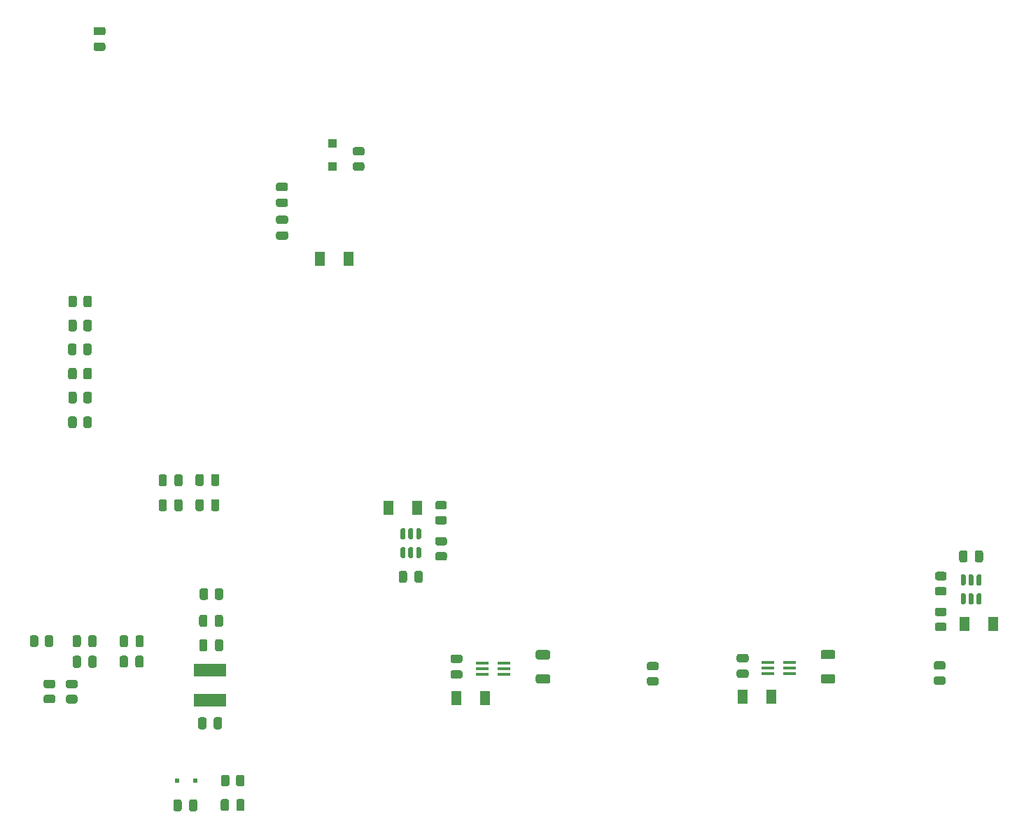
<source format=gbr>
G04 #@! TF.GenerationSoftware,KiCad,Pcbnew,(6.0.1)*
G04 #@! TF.CreationDate,2022-03-10T17:03:53-06:00*
G04 #@! TF.ProjectId,MPPT,4d505054-2e6b-4696-9361-645f70636258,1.4.0*
G04 #@! TF.SameCoordinates,PX10b1ae8PY9b06478*
G04 #@! TF.FileFunction,Paste,Bot*
G04 #@! TF.FilePolarity,Positive*
%FSLAX46Y46*%
G04 Gerber Fmt 4.6, Leading zero omitted, Abs format (unit mm)*
G04 Created by KiCad (PCBNEW (6.0.1)) date 2022-03-10 17:03:53*
%MOMM*%
%LPD*%
G01*
G04 APERTURE LIST*
%ADD10R,1.500000X0.400000*%
%ADD11R,1.300000X1.700000*%
%ADD12R,1.100000X1.100000*%
%ADD13R,4.000000X1.500000*%
%ADD14R,0.500000X0.500000*%
G04 APERTURE END LIST*
D10*
X57295000Y29621000D03*
X57295000Y30271000D03*
X57295000Y30921000D03*
X59955000Y30921000D03*
X59955000Y30271000D03*
X59955000Y29621000D03*
D11*
X37665000Y79930000D03*
X41165000Y79930000D03*
G36*
G01*
X51910000Y46225000D02*
X52810000Y46225000D01*
G75*
G02*
X53060000Y45975000I0J-250000D01*
G01*
X53060000Y45450000D01*
G75*
G02*
X52810000Y45200000I-250000J0D01*
G01*
X51910000Y45200000D01*
G75*
G02*
X51660000Y45450000I0J250000D01*
G01*
X51660000Y45975000D01*
G75*
G02*
X51910000Y46225000I250000J0D01*
G01*
G37*
G36*
G01*
X51910000Y44400000D02*
X52810000Y44400000D01*
G75*
G02*
X53060000Y44150000I0J-250000D01*
G01*
X53060000Y43625000D01*
G75*
G02*
X52810000Y43375000I-250000J0D01*
G01*
X51910000Y43375000D01*
G75*
G02*
X51660000Y43625000I0J250000D01*
G01*
X51660000Y44150000D01*
G75*
G02*
X51910000Y44400000I250000J0D01*
G01*
G37*
G36*
G01*
X13475000Y30662500D02*
X13475000Y31612500D01*
G75*
G02*
X13725000Y31862500I250000J0D01*
G01*
X14225000Y31862500D01*
G75*
G02*
X14475000Y31612500I0J-250000D01*
G01*
X14475000Y30662500D01*
G75*
G02*
X14225000Y30412500I-250000J0D01*
G01*
X13725000Y30412500D01*
G75*
G02*
X13475000Y30662500I0J250000D01*
G01*
G37*
G36*
G01*
X15375000Y30662500D02*
X15375000Y31612500D01*
G75*
G02*
X15625000Y31862500I250000J0D01*
G01*
X16125000Y31862500D01*
G75*
G02*
X16375000Y31612500I0J-250000D01*
G01*
X16375000Y30662500D01*
G75*
G02*
X16125000Y30412500I-250000J0D01*
G01*
X15625000Y30412500D01*
G75*
G02*
X15375000Y30662500I0J250000D01*
G01*
G37*
G36*
G01*
X99785000Y28505000D02*
X98535000Y28505000D01*
G75*
G02*
X98285000Y28755000I0J250000D01*
G01*
X98285000Y29380000D01*
G75*
G02*
X98535000Y29630000I250000J0D01*
G01*
X99785000Y29630000D01*
G75*
G02*
X100035000Y29380000I0J-250000D01*
G01*
X100035000Y28755000D01*
G75*
G02*
X99785000Y28505000I-250000J0D01*
G01*
G37*
G36*
G01*
X99785000Y31430000D02*
X98535000Y31430000D01*
G75*
G02*
X98285000Y31680000I0J250000D01*
G01*
X98285000Y32305000D01*
G75*
G02*
X98535000Y32555000I250000J0D01*
G01*
X99785000Y32555000D01*
G75*
G02*
X100035000Y32305000I0J-250000D01*
G01*
X100035000Y31680000D01*
G75*
G02*
X99785000Y31430000I-250000J0D01*
G01*
G37*
G36*
G01*
X22635000Y52655000D02*
X22635000Y53605000D01*
G75*
G02*
X22885000Y53855000I250000J0D01*
G01*
X23385000Y53855000D01*
G75*
G02*
X23635000Y53605000I0J-250000D01*
G01*
X23635000Y52655000D01*
G75*
G02*
X23385000Y52405000I-250000J0D01*
G01*
X22885000Y52405000D01*
G75*
G02*
X22635000Y52655000I0J250000D01*
G01*
G37*
G36*
G01*
X24535000Y52655000D02*
X24535000Y53605000D01*
G75*
G02*
X24785000Y53855000I250000J0D01*
G01*
X25285000Y53855000D01*
G75*
G02*
X25535000Y53605000I0J-250000D01*
G01*
X25535000Y52655000D01*
G75*
G02*
X25285000Y52405000I-250000J0D01*
G01*
X24785000Y52405000D01*
G75*
G02*
X24535000Y52655000I0J250000D01*
G01*
G37*
G36*
G01*
X25540000Y50565000D02*
X25540000Y49615000D01*
G75*
G02*
X25290000Y49365000I-250000J0D01*
G01*
X24790000Y49365000D01*
G75*
G02*
X24540000Y49615000I0J250000D01*
G01*
X24540000Y50565000D01*
G75*
G02*
X24790000Y50815000I250000J0D01*
G01*
X25290000Y50815000D01*
G75*
G02*
X25540000Y50565000I0J-250000D01*
G01*
G37*
G36*
G01*
X23640000Y50565000D02*
X23640000Y49615000D01*
G75*
G02*
X23390000Y49365000I-250000J0D01*
G01*
X22890000Y49365000D01*
G75*
G02*
X22640000Y49615000I0J250000D01*
G01*
X22640000Y50565000D01*
G75*
G02*
X22890000Y50815000I250000J0D01*
G01*
X23390000Y50815000D01*
G75*
G02*
X23640000Y50565000I0J-250000D01*
G01*
G37*
G36*
G01*
X112340000Y37677500D02*
X113240000Y37677500D01*
G75*
G02*
X113490000Y37427500I0J-250000D01*
G01*
X113490000Y36902500D01*
G75*
G02*
X113240000Y36652500I-250000J0D01*
G01*
X112340000Y36652500D01*
G75*
G02*
X112090000Y36902500I0J250000D01*
G01*
X112090000Y37427500D01*
G75*
G02*
X112340000Y37677500I250000J0D01*
G01*
G37*
G36*
G01*
X112340000Y35852500D02*
X113240000Y35852500D01*
G75*
G02*
X113490000Y35602500I0J-250000D01*
G01*
X113490000Y35077500D01*
G75*
G02*
X113240000Y34827500I-250000J0D01*
G01*
X112340000Y34827500D01*
G75*
G02*
X112090000Y35077500I0J250000D01*
G01*
X112090000Y35602500D01*
G75*
G02*
X112340000Y35852500I250000J0D01*
G01*
G37*
G36*
G01*
X25997500Y39770000D02*
X25997500Y38870000D01*
G75*
G02*
X25747500Y38620000I-250000J0D01*
G01*
X25222500Y38620000D01*
G75*
G02*
X24972500Y38870000I0J250000D01*
G01*
X24972500Y39770000D01*
G75*
G02*
X25222500Y40020000I250000J0D01*
G01*
X25747500Y40020000D01*
G75*
G02*
X25997500Y39770000I0J-250000D01*
G01*
G37*
G36*
G01*
X24172500Y39770000D02*
X24172500Y38870000D01*
G75*
G02*
X23922500Y38620000I-250000J0D01*
G01*
X23397500Y38620000D01*
G75*
G02*
X23147500Y38870000I0J250000D01*
G01*
X23147500Y39770000D01*
G75*
G02*
X23397500Y40020000I250000J0D01*
G01*
X23922500Y40020000D01*
G75*
G02*
X24172500Y39770000I0J-250000D01*
G01*
G37*
G36*
G01*
X54690000Y29096000D02*
X53740000Y29096000D01*
G75*
G02*
X53490000Y29346000I0J250000D01*
G01*
X53490000Y29846000D01*
G75*
G02*
X53740000Y30096000I250000J0D01*
G01*
X54690000Y30096000D01*
G75*
G02*
X54940000Y29846000I0J-250000D01*
G01*
X54940000Y29346000D01*
G75*
G02*
X54690000Y29096000I-250000J0D01*
G01*
G37*
G36*
G01*
X54690000Y30996000D02*
X53740000Y30996000D01*
G75*
G02*
X53490000Y31246000I0J250000D01*
G01*
X53490000Y31746000D01*
G75*
G02*
X53740000Y31996000I250000J0D01*
G01*
X54690000Y31996000D01*
G75*
G02*
X54940000Y31746000I0J-250000D01*
G01*
X54940000Y31246000D01*
G75*
G02*
X54690000Y30996000I-250000J0D01*
G01*
G37*
G36*
G01*
X23090000Y32650000D02*
X23090000Y33600000D01*
G75*
G02*
X23340000Y33850000I250000J0D01*
G01*
X23840000Y33850000D01*
G75*
G02*
X24090000Y33600000I0J-250000D01*
G01*
X24090000Y32650000D01*
G75*
G02*
X23840000Y32400000I-250000J0D01*
G01*
X23340000Y32400000D01*
G75*
G02*
X23090000Y32650000I0J250000D01*
G01*
G37*
G36*
G01*
X24990000Y32650000D02*
X24990000Y33600000D01*
G75*
G02*
X25240000Y33850000I250000J0D01*
G01*
X25740000Y33850000D01*
G75*
G02*
X25990000Y33600000I0J-250000D01*
G01*
X25990000Y32650000D01*
G75*
G02*
X25740000Y32400000I-250000J0D01*
G01*
X25240000Y32400000D01*
G75*
G02*
X24990000Y32650000I0J250000D01*
G01*
G37*
X45990000Y49745000D03*
X49490000Y49745000D03*
X57710000Y26696000D03*
X54210000Y26696000D03*
G36*
G01*
X5435000Y26105000D02*
X4535000Y26105000D01*
G75*
G02*
X4285000Y26355000I0J250000D01*
G01*
X4285000Y26880000D01*
G75*
G02*
X4535000Y27130000I250000J0D01*
G01*
X5435000Y27130000D01*
G75*
G02*
X5685000Y26880000I0J-250000D01*
G01*
X5685000Y26355000D01*
G75*
G02*
X5435000Y26105000I-250000J0D01*
G01*
G37*
G36*
G01*
X5435000Y27930000D02*
X4535000Y27930000D01*
G75*
G02*
X4285000Y28180000I0J250000D01*
G01*
X4285000Y28705000D01*
G75*
G02*
X4535000Y28955000I250000J0D01*
G01*
X5435000Y28955000D01*
G75*
G02*
X5685000Y28705000I0J-250000D01*
G01*
X5685000Y28180000D01*
G75*
G02*
X5435000Y27930000I-250000J0D01*
G01*
G37*
G36*
G01*
X13490000Y33132500D02*
X13490000Y34082500D01*
G75*
G02*
X13740000Y34332500I250000J0D01*
G01*
X14240000Y34332500D01*
G75*
G02*
X14490000Y34082500I0J-250000D01*
G01*
X14490000Y33132500D01*
G75*
G02*
X14240000Y32882500I-250000J0D01*
G01*
X13740000Y32882500D01*
G75*
G02*
X13490000Y33132500I0J250000D01*
G01*
G37*
G36*
G01*
X15390000Y33132500D02*
X15390000Y34082500D01*
G75*
G02*
X15640000Y34332500I250000J0D01*
G01*
X16140000Y34332500D01*
G75*
G02*
X16390000Y34082500I0J-250000D01*
G01*
X16390000Y33132500D01*
G75*
G02*
X16140000Y32882500I-250000J0D01*
G01*
X15640000Y32882500D01*
G75*
G02*
X15390000Y33132500I0J250000D01*
G01*
G37*
G36*
G01*
X7785000Y30652500D02*
X7785000Y31602500D01*
G75*
G02*
X8035000Y31852500I250000J0D01*
G01*
X8535000Y31852500D01*
G75*
G02*
X8785000Y31602500I0J-250000D01*
G01*
X8785000Y30652500D01*
G75*
G02*
X8535000Y30402500I-250000J0D01*
G01*
X8035000Y30402500D01*
G75*
G02*
X7785000Y30652500I0J250000D01*
G01*
G37*
G36*
G01*
X9685000Y30652500D02*
X9685000Y31602500D01*
G75*
G02*
X9935000Y31852500I250000J0D01*
G01*
X10435000Y31852500D01*
G75*
G02*
X10685000Y31602500I0J-250000D01*
G01*
X10685000Y30652500D01*
G75*
G02*
X10435000Y30402500I-250000J0D01*
G01*
X9935000Y30402500D01*
G75*
G02*
X9685000Y30652500I0J250000D01*
G01*
G37*
G36*
G01*
X22965000Y23210000D02*
X22965000Y24160000D01*
G75*
G02*
X23215000Y24410000I250000J0D01*
G01*
X23715000Y24410000D01*
G75*
G02*
X23965000Y24160000I0J-250000D01*
G01*
X23965000Y23210000D01*
G75*
G02*
X23715000Y22960000I-250000J0D01*
G01*
X23215000Y22960000D01*
G75*
G02*
X22965000Y23210000I0J250000D01*
G01*
G37*
G36*
G01*
X24865000Y23210000D02*
X24865000Y24160000D01*
G75*
G02*
X25115000Y24410000I250000J0D01*
G01*
X25615000Y24410000D01*
G75*
G02*
X25865000Y24160000I0J-250000D01*
G01*
X25865000Y23210000D01*
G75*
G02*
X25615000Y22960000I-250000J0D01*
G01*
X25115000Y22960000D01*
G75*
G02*
X24865000Y23210000I0J250000D01*
G01*
G37*
G36*
G01*
X28587500Y14260000D02*
X28587500Y13310000D01*
G75*
G02*
X28337500Y13060000I-250000J0D01*
G01*
X27837500Y13060000D01*
G75*
G02*
X27587500Y13310000I0J250000D01*
G01*
X27587500Y14260000D01*
G75*
G02*
X27837500Y14510000I250000J0D01*
G01*
X28337500Y14510000D01*
G75*
G02*
X28587500Y14260000I0J-250000D01*
G01*
G37*
G36*
G01*
X26687500Y14260000D02*
X26687500Y13310000D01*
G75*
G02*
X26437500Y13060000I-250000J0D01*
G01*
X25937500Y13060000D01*
G75*
G02*
X25687500Y13310000I0J250000D01*
G01*
X25687500Y14260000D01*
G75*
G02*
X25937500Y14510000I250000J0D01*
G01*
X26437500Y14510000D01*
G75*
G02*
X26687500Y14260000I0J-250000D01*
G01*
G37*
G36*
G01*
X47590000Y47277618D02*
X47890000Y47277618D01*
G75*
G02*
X48040000Y47127618I0J-150000D01*
G01*
X48040000Y46102618D01*
G75*
G02*
X47890000Y45952618I-150000J0D01*
G01*
X47590000Y45952618D01*
G75*
G02*
X47440000Y46102618I0J150000D01*
G01*
X47440000Y47127618D01*
G75*
G02*
X47590000Y47277618I150000J0D01*
G01*
G37*
G36*
G01*
X48540000Y47277618D02*
X48840000Y47277618D01*
G75*
G02*
X48990000Y47127618I0J-150000D01*
G01*
X48990000Y46102618D01*
G75*
G02*
X48840000Y45952618I-150000J0D01*
G01*
X48540000Y45952618D01*
G75*
G02*
X48390000Y46102618I0J150000D01*
G01*
X48390000Y47127618D01*
G75*
G02*
X48540000Y47277618I150000J0D01*
G01*
G37*
G36*
G01*
X49490000Y47277618D02*
X49790000Y47277618D01*
G75*
G02*
X49940000Y47127618I0J-150000D01*
G01*
X49940000Y46102618D01*
G75*
G02*
X49790000Y45952618I-150000J0D01*
G01*
X49490000Y45952618D01*
G75*
G02*
X49340000Y46102618I0J150000D01*
G01*
X49340000Y47127618D01*
G75*
G02*
X49490000Y47277618I150000J0D01*
G01*
G37*
G36*
G01*
X49490000Y45002618D02*
X49790000Y45002618D01*
G75*
G02*
X49940000Y44852618I0J-150000D01*
G01*
X49940000Y43827618D01*
G75*
G02*
X49790000Y43677618I-150000J0D01*
G01*
X49490000Y43677618D01*
G75*
G02*
X49340000Y43827618I0J150000D01*
G01*
X49340000Y44852618D01*
G75*
G02*
X49490000Y45002618I150000J0D01*
G01*
G37*
G36*
G01*
X48540000Y45002618D02*
X48840000Y45002618D01*
G75*
G02*
X48990000Y44852618I0J-150000D01*
G01*
X48990000Y43827618D01*
G75*
G02*
X48840000Y43677618I-150000J0D01*
G01*
X48540000Y43677618D01*
G75*
G02*
X48390000Y43827618I0J150000D01*
G01*
X48390000Y44852618D01*
G75*
G02*
X48540000Y45002618I150000J0D01*
G01*
G37*
G36*
G01*
X47590000Y45002618D02*
X47890000Y45002618D01*
G75*
G02*
X48040000Y44852618I0J-150000D01*
G01*
X48040000Y43827618D01*
G75*
G02*
X47890000Y43677618I-150000J0D01*
G01*
X47590000Y43677618D01*
G75*
G02*
X47440000Y43827618I0J150000D01*
G01*
X47440000Y44852618D01*
G75*
G02*
X47590000Y45002618I150000J0D01*
G01*
G37*
G36*
G01*
X5450000Y34077500D02*
X5450000Y33177500D01*
G75*
G02*
X5200000Y32927500I-250000J0D01*
G01*
X4675000Y32927500D01*
G75*
G02*
X4425000Y33177500I0J250000D01*
G01*
X4425000Y34077500D01*
G75*
G02*
X4675000Y34327500I250000J0D01*
G01*
X5200000Y34327500D01*
G75*
G02*
X5450000Y34077500I0J-250000D01*
G01*
G37*
G36*
G01*
X3625000Y34077500D02*
X3625000Y33177500D01*
G75*
G02*
X3375000Y32927500I-250000J0D01*
G01*
X2850000Y32927500D01*
G75*
G02*
X2600000Y33177500I0J250000D01*
G01*
X2600000Y34077500D01*
G75*
G02*
X2850000Y34327500I250000J0D01*
G01*
X3375000Y34327500D01*
G75*
G02*
X3625000Y34077500I0J-250000D01*
G01*
G37*
G36*
G01*
X52795000Y47730000D02*
X51895000Y47730000D01*
G75*
G02*
X51645000Y47980000I0J250000D01*
G01*
X51645000Y48505000D01*
G75*
G02*
X51895000Y48755000I250000J0D01*
G01*
X52795000Y48755000D01*
G75*
G02*
X53045000Y48505000I0J-250000D01*
G01*
X53045000Y47980000D01*
G75*
G02*
X52795000Y47730000I-250000J0D01*
G01*
G37*
G36*
G01*
X52795000Y49555000D02*
X51895000Y49555000D01*
G75*
G02*
X51645000Y49805000I0J250000D01*
G01*
X51645000Y50330000D01*
G75*
G02*
X51895000Y50580000I250000J0D01*
G01*
X52795000Y50580000D01*
G75*
G02*
X53045000Y50330000I0J-250000D01*
G01*
X53045000Y49805000D01*
G75*
G02*
X52795000Y49555000I-250000J0D01*
G01*
G37*
X92310000Y26872500D03*
X88810000Y26872500D03*
D12*
X39255000Y93890000D03*
X39255000Y91090000D03*
D13*
X24420000Y26500000D03*
X24420000Y30100000D03*
G36*
G01*
X78410000Y28255000D02*
X77510000Y28255000D01*
G75*
G02*
X77260000Y28505000I0J250000D01*
G01*
X77260000Y29030000D01*
G75*
G02*
X77510000Y29280000I250000J0D01*
G01*
X78410000Y29280000D01*
G75*
G02*
X78660000Y29030000I0J-250000D01*
G01*
X78660000Y28505000D01*
G75*
G02*
X78410000Y28255000I-250000J0D01*
G01*
G37*
G36*
G01*
X78410000Y30080000D02*
X77510000Y30080000D01*
G75*
G02*
X77260000Y30330000I0J250000D01*
G01*
X77260000Y30855000D01*
G75*
G02*
X77510000Y31105000I250000J0D01*
G01*
X78410000Y31105000D01*
G75*
G02*
X78660000Y30855000I0J-250000D01*
G01*
X78660000Y30330000D01*
G75*
G02*
X78410000Y30080000I-250000J0D01*
G01*
G37*
G36*
G01*
X113245000Y39162500D02*
X112345000Y39162500D01*
G75*
G02*
X112095000Y39412500I0J250000D01*
G01*
X112095000Y39937500D01*
G75*
G02*
X112345000Y40187500I250000J0D01*
G01*
X113245000Y40187500D01*
G75*
G02*
X113495000Y39937500I0J-250000D01*
G01*
X113495000Y39412500D01*
G75*
G02*
X113245000Y39162500I-250000J0D01*
G01*
G37*
G36*
G01*
X113245000Y40987500D02*
X112345000Y40987500D01*
G75*
G02*
X112095000Y41237500I0J250000D01*
G01*
X112095000Y41762500D01*
G75*
G02*
X112345000Y42012500I250000J0D01*
G01*
X113245000Y42012500D01*
G75*
G02*
X113495000Y41762500I0J-250000D01*
G01*
X113495000Y41237500D01*
G75*
G02*
X113245000Y40987500I-250000J0D01*
G01*
G37*
G36*
G01*
X32650000Y85125000D02*
X33600000Y85125000D01*
G75*
G02*
X33850000Y84875000I0J-250000D01*
G01*
X33850000Y84375000D01*
G75*
G02*
X33600000Y84125000I-250000J0D01*
G01*
X32650000Y84125000D01*
G75*
G02*
X32400000Y84375000I0J250000D01*
G01*
X32400000Y84875000D01*
G75*
G02*
X32650000Y85125000I250000J0D01*
G01*
G37*
G36*
G01*
X32650000Y83225000D02*
X33600000Y83225000D01*
G75*
G02*
X33850000Y82975000I0J-250000D01*
G01*
X33850000Y82475000D01*
G75*
G02*
X33600000Y82225000I-250000J0D01*
G01*
X32650000Y82225000D01*
G75*
G02*
X32400000Y82475000I0J250000D01*
G01*
X32400000Y82975000D01*
G75*
G02*
X32650000Y83225000I250000J0D01*
G01*
G37*
G36*
G01*
X115025000Y43405000D02*
X115025000Y44355000D01*
G75*
G02*
X115275000Y44605000I250000J0D01*
G01*
X115775000Y44605000D01*
G75*
G02*
X116025000Y44355000I0J-250000D01*
G01*
X116025000Y43405000D01*
G75*
G02*
X115775000Y43155000I-250000J0D01*
G01*
X115275000Y43155000D01*
G75*
G02*
X115025000Y43405000I0J250000D01*
G01*
G37*
G36*
G01*
X116925000Y43405000D02*
X116925000Y44355000D01*
G75*
G02*
X117175000Y44605000I250000J0D01*
G01*
X117675000Y44605000D01*
G75*
G02*
X117925000Y44355000I0J-250000D01*
G01*
X117925000Y43405000D01*
G75*
G02*
X117675000Y43155000I-250000J0D01*
G01*
X117175000Y43155000D01*
G75*
G02*
X116925000Y43405000I0J250000D01*
G01*
G37*
G36*
G01*
X7225000Y28940000D02*
X8125000Y28940000D01*
G75*
G02*
X8375000Y28690000I0J-250000D01*
G01*
X8375000Y28165000D01*
G75*
G02*
X8125000Y27915000I-250000J0D01*
G01*
X7225000Y27915000D01*
G75*
G02*
X6975000Y28165000I0J250000D01*
G01*
X6975000Y28690000D01*
G75*
G02*
X7225000Y28940000I250000J0D01*
G01*
G37*
G36*
G01*
X7225000Y27115000D02*
X8125000Y27115000D01*
G75*
G02*
X8375000Y26865000I0J-250000D01*
G01*
X8375000Y26340000D01*
G75*
G02*
X8125000Y26090000I-250000J0D01*
G01*
X7225000Y26090000D01*
G75*
G02*
X6975000Y26340000I0J250000D01*
G01*
X6975000Y26865000D01*
G75*
G02*
X7225000Y27115000I250000J0D01*
G01*
G37*
G36*
G01*
X25980000Y36555000D02*
X25980000Y35605000D01*
G75*
G02*
X25730000Y35355000I-250000J0D01*
G01*
X25230000Y35355000D01*
G75*
G02*
X24980000Y35605000I0J250000D01*
G01*
X24980000Y36555000D01*
G75*
G02*
X25230000Y36805000I250000J0D01*
G01*
X25730000Y36805000D01*
G75*
G02*
X25980000Y36555000I0J-250000D01*
G01*
G37*
G36*
G01*
X24080000Y36555000D02*
X24080000Y35605000D01*
G75*
G02*
X23830000Y35355000I-250000J0D01*
G01*
X23330000Y35355000D01*
G75*
G02*
X23080000Y35605000I0J250000D01*
G01*
X23080000Y36555000D01*
G75*
G02*
X23330000Y36805000I250000J0D01*
G01*
X23830000Y36805000D01*
G75*
G02*
X24080000Y36555000I0J-250000D01*
G01*
G37*
G36*
G01*
X10105000Y75185000D02*
X10105000Y74285000D01*
G75*
G02*
X9855000Y74035000I-250000J0D01*
G01*
X9330000Y74035000D01*
G75*
G02*
X9080000Y74285000I0J250000D01*
G01*
X9080000Y75185000D01*
G75*
G02*
X9330000Y75435000I250000J0D01*
G01*
X9855000Y75435000D01*
G75*
G02*
X10105000Y75185000I0J-250000D01*
G01*
G37*
G36*
G01*
X8280000Y75185000D02*
X8280000Y74285000D01*
G75*
G02*
X8030000Y74035000I-250000J0D01*
G01*
X7505000Y74035000D01*
G75*
G02*
X7255000Y74285000I0J250000D01*
G01*
X7255000Y75185000D01*
G75*
G02*
X7505000Y75435000I250000J0D01*
G01*
X8030000Y75435000D01*
G75*
G02*
X8280000Y75185000I0J-250000D01*
G01*
G37*
G36*
G01*
X113115000Y28340000D02*
X112215000Y28340000D01*
G75*
G02*
X111965000Y28590000I0J250000D01*
G01*
X111965000Y29115000D01*
G75*
G02*
X112215000Y29365000I250000J0D01*
G01*
X113115000Y29365000D01*
G75*
G02*
X113365000Y29115000I0J-250000D01*
G01*
X113365000Y28590000D01*
G75*
G02*
X113115000Y28340000I-250000J0D01*
G01*
G37*
G36*
G01*
X113115000Y30165000D02*
X112215000Y30165000D01*
G75*
G02*
X111965000Y30415000I0J250000D01*
G01*
X111965000Y30940000D01*
G75*
G02*
X112215000Y31190000I250000J0D01*
G01*
X113115000Y31190000D01*
G75*
G02*
X113365000Y30940000I0J-250000D01*
G01*
X113365000Y30415000D01*
G75*
G02*
X113115000Y30165000I-250000J0D01*
G01*
G37*
G36*
G01*
X28580000Y17195000D02*
X28580000Y16295000D01*
G75*
G02*
X28330000Y16045000I-250000J0D01*
G01*
X27805000Y16045000D01*
G75*
G02*
X27555000Y16295000I0J250000D01*
G01*
X27555000Y17195000D01*
G75*
G02*
X27805000Y17445000I250000J0D01*
G01*
X28330000Y17445000D01*
G75*
G02*
X28580000Y17195000I0J-250000D01*
G01*
G37*
G36*
G01*
X26755000Y17195000D02*
X26755000Y16295000D01*
G75*
G02*
X26505000Y16045000I-250000J0D01*
G01*
X25980000Y16045000D01*
G75*
G02*
X25730000Y16295000I0J250000D01*
G01*
X25730000Y17195000D01*
G75*
G02*
X25980000Y17445000I250000J0D01*
G01*
X26505000Y17445000D01*
G75*
G02*
X26755000Y17195000I0J-250000D01*
G01*
G37*
G36*
G01*
X50135000Y41885000D02*
X50135000Y40935000D01*
G75*
G02*
X49885000Y40685000I-250000J0D01*
G01*
X49385000Y40685000D01*
G75*
G02*
X49135000Y40935000I0J250000D01*
G01*
X49135000Y41885000D01*
G75*
G02*
X49385000Y42135000I250000J0D01*
G01*
X49885000Y42135000D01*
G75*
G02*
X50135000Y41885000I0J-250000D01*
G01*
G37*
G36*
G01*
X48235000Y41885000D02*
X48235000Y40935000D01*
G75*
G02*
X47985000Y40685000I-250000J0D01*
G01*
X47485000Y40685000D01*
G75*
G02*
X47235000Y40935000I0J250000D01*
G01*
X47235000Y41885000D01*
G75*
G02*
X47485000Y42135000I250000J0D01*
G01*
X47985000Y42135000D01*
G75*
G02*
X48235000Y41885000I0J-250000D01*
G01*
G37*
G36*
G01*
X117565000Y38085000D02*
X117265000Y38085000D01*
G75*
G02*
X117115000Y38235000I0J150000D01*
G01*
X117115000Y39260000D01*
G75*
G02*
X117265000Y39410000I150000J0D01*
G01*
X117565000Y39410000D01*
G75*
G02*
X117715000Y39260000I0J-150000D01*
G01*
X117715000Y38235000D01*
G75*
G02*
X117565000Y38085000I-150000J0D01*
G01*
G37*
G36*
G01*
X116615000Y38085000D02*
X116315000Y38085000D01*
G75*
G02*
X116165000Y38235000I0J150000D01*
G01*
X116165000Y39260000D01*
G75*
G02*
X116315000Y39410000I150000J0D01*
G01*
X116615000Y39410000D01*
G75*
G02*
X116765000Y39260000I0J-150000D01*
G01*
X116765000Y38235000D01*
G75*
G02*
X116615000Y38085000I-150000J0D01*
G01*
G37*
G36*
G01*
X115665000Y38085000D02*
X115365000Y38085000D01*
G75*
G02*
X115215000Y38235000I0J150000D01*
G01*
X115215000Y39260000D01*
G75*
G02*
X115365000Y39410000I150000J0D01*
G01*
X115665000Y39410000D01*
G75*
G02*
X115815000Y39260000I0J-150000D01*
G01*
X115815000Y38235000D01*
G75*
G02*
X115665000Y38085000I-150000J0D01*
G01*
G37*
G36*
G01*
X115665000Y40360000D02*
X115365000Y40360000D01*
G75*
G02*
X115215000Y40510000I0J150000D01*
G01*
X115215000Y41535000D01*
G75*
G02*
X115365000Y41685000I150000J0D01*
G01*
X115665000Y41685000D01*
G75*
G02*
X115815000Y41535000I0J-150000D01*
G01*
X115815000Y40510000D01*
G75*
G02*
X115665000Y40360000I-150000J0D01*
G01*
G37*
G36*
G01*
X116615000Y40360000D02*
X116315000Y40360000D01*
G75*
G02*
X116165000Y40510000I0J150000D01*
G01*
X116165000Y41535000D01*
G75*
G02*
X116315000Y41685000I150000J0D01*
G01*
X116615000Y41685000D01*
G75*
G02*
X116765000Y41535000I0J-150000D01*
G01*
X116765000Y40510000D01*
G75*
G02*
X116615000Y40360000I-150000J0D01*
G01*
G37*
G36*
G01*
X117565000Y40360000D02*
X117265000Y40360000D01*
G75*
G02*
X117115000Y40510000I0J150000D01*
G01*
X117115000Y41535000D01*
G75*
G02*
X117265000Y41685000I150000J0D01*
G01*
X117565000Y41685000D01*
G75*
G02*
X117715000Y41535000I0J-150000D01*
G01*
X117715000Y40510000D01*
G75*
G02*
X117565000Y40360000I-150000J0D01*
G01*
G37*
G36*
G01*
X18185000Y52615000D02*
X18185000Y53565000D01*
G75*
G02*
X18435000Y53815000I250000J0D01*
G01*
X18935000Y53815000D01*
G75*
G02*
X19185000Y53565000I0J-250000D01*
G01*
X19185000Y52615000D01*
G75*
G02*
X18935000Y52365000I-250000J0D01*
G01*
X18435000Y52365000D01*
G75*
G02*
X18185000Y52615000I0J250000D01*
G01*
G37*
G36*
G01*
X20085000Y52615000D02*
X20085000Y53565000D01*
G75*
G02*
X20335000Y53815000I250000J0D01*
G01*
X20835000Y53815000D01*
G75*
G02*
X21085000Y53565000I0J-250000D01*
G01*
X21085000Y52615000D01*
G75*
G02*
X20835000Y52365000I-250000J0D01*
G01*
X20335000Y52365000D01*
G75*
G02*
X20085000Y52615000I0J250000D01*
G01*
G37*
G36*
G01*
X22872500Y14225000D02*
X22872500Y13275000D01*
G75*
G02*
X22622500Y13025000I-250000J0D01*
G01*
X22122500Y13025000D01*
G75*
G02*
X21872500Y13275000I0J250000D01*
G01*
X21872500Y14225000D01*
G75*
G02*
X22122500Y14475000I250000J0D01*
G01*
X22622500Y14475000D01*
G75*
G02*
X22872500Y14225000I0J-250000D01*
G01*
G37*
G36*
G01*
X20972500Y14225000D02*
X20972500Y13275000D01*
G75*
G02*
X20722500Y13025000I-250000J0D01*
G01*
X20222500Y13025000D01*
G75*
G02*
X19972500Y13275000I0J250000D01*
G01*
X19972500Y14225000D01*
G75*
G02*
X20222500Y14475000I250000J0D01*
G01*
X20722500Y14475000D01*
G75*
G02*
X20972500Y14225000I0J-250000D01*
G01*
G37*
G36*
G01*
X21080000Y50545000D02*
X21080000Y49595000D01*
G75*
G02*
X20830000Y49345000I-250000J0D01*
G01*
X20330000Y49345000D01*
G75*
G02*
X20080000Y49595000I0J250000D01*
G01*
X20080000Y50545000D01*
G75*
G02*
X20330000Y50795000I250000J0D01*
G01*
X20830000Y50795000D01*
G75*
G02*
X21080000Y50545000I0J-250000D01*
G01*
G37*
G36*
G01*
X19180000Y50545000D02*
X19180000Y49595000D01*
G75*
G02*
X18930000Y49345000I-250000J0D01*
G01*
X18430000Y49345000D01*
G75*
G02*
X18180000Y49595000I0J250000D01*
G01*
X18180000Y50545000D01*
G75*
G02*
X18430000Y50795000I250000J0D01*
G01*
X18930000Y50795000D01*
G75*
G02*
X19180000Y50545000I0J-250000D01*
G01*
G37*
G36*
G01*
X10105000Y63555000D02*
X10105000Y62655000D01*
G75*
G02*
X9855000Y62405000I-250000J0D01*
G01*
X9330000Y62405000D01*
G75*
G02*
X9080000Y62655000I0J250000D01*
G01*
X9080000Y63555000D01*
G75*
G02*
X9330000Y63805000I250000J0D01*
G01*
X9855000Y63805000D01*
G75*
G02*
X10105000Y63555000I0J-250000D01*
G01*
G37*
G36*
G01*
X8280000Y63555000D02*
X8280000Y62655000D01*
G75*
G02*
X8030000Y62405000I-250000J0D01*
G01*
X7505000Y62405000D01*
G75*
G02*
X7255000Y62655000I0J250000D01*
G01*
X7255000Y63555000D01*
G75*
G02*
X7505000Y63805000I250000J0D01*
G01*
X8030000Y63805000D01*
G75*
G02*
X8280000Y63555000I0J-250000D01*
G01*
G37*
G36*
G01*
X10685000Y34092500D02*
X10685000Y33142500D01*
G75*
G02*
X10435000Y32892500I-250000J0D01*
G01*
X9935000Y32892500D01*
G75*
G02*
X9685000Y33142500I0J250000D01*
G01*
X9685000Y34092500D01*
G75*
G02*
X9935000Y34342500I250000J0D01*
G01*
X10435000Y34342500D01*
G75*
G02*
X10685000Y34092500I0J-250000D01*
G01*
G37*
G36*
G01*
X8785000Y34092500D02*
X8785000Y33142500D01*
G75*
G02*
X8535000Y32892500I-250000J0D01*
G01*
X8035000Y32892500D01*
G75*
G02*
X7785000Y33142500I0J250000D01*
G01*
X7785000Y34092500D01*
G75*
G02*
X8035000Y34342500I250000J0D01*
G01*
X8535000Y34342500D01*
G75*
G02*
X8785000Y34092500I0J-250000D01*
G01*
G37*
D10*
X91885000Y29707500D03*
X91885000Y30357500D03*
X91885000Y31007500D03*
X94545000Y31007500D03*
X94545000Y30357500D03*
X94545000Y29707500D03*
D14*
X22657500Y16720000D03*
X20457500Y16720000D03*
G36*
G01*
X10077500Y69400000D02*
X10077500Y68500000D01*
G75*
G02*
X9827500Y68250000I-250000J0D01*
G01*
X9302500Y68250000D01*
G75*
G02*
X9052500Y68500000I0J250000D01*
G01*
X9052500Y69400000D01*
G75*
G02*
X9302500Y69650000I250000J0D01*
G01*
X9827500Y69650000D01*
G75*
G02*
X10077500Y69400000I0J-250000D01*
G01*
G37*
G36*
G01*
X8252500Y69400000D02*
X8252500Y68500000D01*
G75*
G02*
X8002500Y68250000I-250000J0D01*
G01*
X7477500Y68250000D01*
G75*
G02*
X7227500Y68500000I0J250000D01*
G01*
X7227500Y69400000D01*
G75*
G02*
X7477500Y69650000I250000J0D01*
G01*
X8002500Y69650000D01*
G75*
G02*
X8252500Y69400000I0J-250000D01*
G01*
G37*
G36*
G01*
X64060000Y32532500D02*
X65310000Y32532500D01*
G75*
G02*
X65560000Y32282500I0J-250000D01*
G01*
X65560000Y31657500D01*
G75*
G02*
X65310000Y31407500I-250000J0D01*
G01*
X64060000Y31407500D01*
G75*
G02*
X63810000Y31657500I0J250000D01*
G01*
X63810000Y32282500D01*
G75*
G02*
X64060000Y32532500I250000J0D01*
G01*
G37*
G36*
G01*
X64060000Y29607500D02*
X65310000Y29607500D01*
G75*
G02*
X65560000Y29357500I0J-250000D01*
G01*
X65560000Y28732500D01*
G75*
G02*
X65310000Y28482500I-250000J0D01*
G01*
X64060000Y28482500D01*
G75*
G02*
X63810000Y28732500I0J250000D01*
G01*
X63810000Y29357500D01*
G75*
G02*
X64060000Y29607500I250000J0D01*
G01*
G37*
D11*
X119160000Y35710000D03*
X115660000Y35710000D03*
G36*
G01*
X10097500Y60565000D02*
X10097500Y59665000D01*
G75*
G02*
X9847500Y59415000I-250000J0D01*
G01*
X9322500Y59415000D01*
G75*
G02*
X9072500Y59665000I0J250000D01*
G01*
X9072500Y60565000D01*
G75*
G02*
X9322500Y60815000I250000J0D01*
G01*
X9847500Y60815000D01*
G75*
G02*
X10097500Y60565000I0J-250000D01*
G01*
G37*
G36*
G01*
X8272500Y60565000D02*
X8272500Y59665000D01*
G75*
G02*
X8022500Y59415000I-250000J0D01*
G01*
X7497500Y59415000D01*
G75*
G02*
X7247500Y59665000I0J250000D01*
G01*
X7247500Y60565000D01*
G75*
G02*
X7497500Y60815000I250000J0D01*
G01*
X8022500Y60815000D01*
G75*
G02*
X8272500Y60565000I0J-250000D01*
G01*
G37*
G36*
G01*
X89305000Y29162500D02*
X88355000Y29162500D01*
G75*
G02*
X88105000Y29412500I0J250000D01*
G01*
X88105000Y29912500D01*
G75*
G02*
X88355000Y30162500I250000J0D01*
G01*
X89305000Y30162500D01*
G75*
G02*
X89555000Y29912500I0J-250000D01*
G01*
X89555000Y29412500D01*
G75*
G02*
X89305000Y29162500I-250000J0D01*
G01*
G37*
G36*
G01*
X89305000Y31062500D02*
X88355000Y31062500D01*
G75*
G02*
X88105000Y31312500I0J250000D01*
G01*
X88105000Y31812500D01*
G75*
G02*
X88355000Y32062500I250000J0D01*
G01*
X89305000Y32062500D01*
G75*
G02*
X89555000Y31812500I0J-250000D01*
G01*
X89555000Y31312500D01*
G75*
G02*
X89305000Y31062500I-250000J0D01*
G01*
G37*
G36*
G01*
X32630000Y89090000D02*
X33580000Y89090000D01*
G75*
G02*
X33830000Y88840000I0J-250000D01*
G01*
X33830000Y88340000D01*
G75*
G02*
X33580000Y88090000I-250000J0D01*
G01*
X32630000Y88090000D01*
G75*
G02*
X32380000Y88340000I0J250000D01*
G01*
X32380000Y88840000D01*
G75*
G02*
X32630000Y89090000I250000J0D01*
G01*
G37*
G36*
G01*
X32630000Y87190000D02*
X33580000Y87190000D01*
G75*
G02*
X33830000Y86940000I0J-250000D01*
G01*
X33830000Y86440000D01*
G75*
G02*
X33580000Y86190000I-250000J0D01*
G01*
X32630000Y86190000D01*
G75*
G02*
X32380000Y86440000I0J250000D01*
G01*
X32380000Y86940000D01*
G75*
G02*
X32630000Y87190000I250000J0D01*
G01*
G37*
G36*
G01*
X41930000Y93417500D02*
X42830000Y93417500D01*
G75*
G02*
X43080000Y93167500I0J-250000D01*
G01*
X43080000Y92642500D01*
G75*
G02*
X42830000Y92392500I-250000J0D01*
G01*
X41930000Y92392500D01*
G75*
G02*
X41680000Y92642500I0J250000D01*
G01*
X41680000Y93167500D01*
G75*
G02*
X41930000Y93417500I250000J0D01*
G01*
G37*
G36*
G01*
X41930000Y91592500D02*
X42830000Y91592500D01*
G75*
G02*
X43080000Y91342500I0J-250000D01*
G01*
X43080000Y90817500D01*
G75*
G02*
X42830000Y90567500I-250000J0D01*
G01*
X41930000Y90567500D01*
G75*
G02*
X41680000Y90817500I0J250000D01*
G01*
X41680000Y91342500D01*
G75*
G02*
X41930000Y91592500I250000J0D01*
G01*
G37*
G36*
G01*
X10102500Y66445000D02*
X10102500Y65545000D01*
G75*
G02*
X9852500Y65295000I-250000J0D01*
G01*
X9327500Y65295000D01*
G75*
G02*
X9077500Y65545000I0J250000D01*
G01*
X9077500Y66445000D01*
G75*
G02*
X9327500Y66695000I250000J0D01*
G01*
X9852500Y66695000D01*
G75*
G02*
X10102500Y66445000I0J-250000D01*
G01*
G37*
G36*
G01*
X8277500Y66445000D02*
X8277500Y65545000D01*
G75*
G02*
X8027500Y65295000I-250000J0D01*
G01*
X7502500Y65295000D01*
G75*
G02*
X7252500Y65545000I0J250000D01*
G01*
X7252500Y66445000D01*
G75*
G02*
X7502500Y66695000I250000J0D01*
G01*
X8027500Y66695000D01*
G75*
G02*
X8277500Y66445000I0J-250000D01*
G01*
G37*
G36*
G01*
X11505000Y105060000D02*
X10555000Y105060000D01*
G75*
G02*
X10305000Y105310000I0J250000D01*
G01*
X10305000Y105810000D01*
G75*
G02*
X10555000Y106060000I250000J0D01*
G01*
X11505000Y106060000D01*
G75*
G02*
X11755000Y105810000I0J-250000D01*
G01*
X11755000Y105310000D01*
G75*
G02*
X11505000Y105060000I-250000J0D01*
G01*
G37*
G36*
G01*
X11505000Y106960000D02*
X10555000Y106960000D01*
G75*
G02*
X10305000Y107210000I0J250000D01*
G01*
X10305000Y107710000D01*
G75*
G02*
X10555000Y107960000I250000J0D01*
G01*
X11505000Y107960000D01*
G75*
G02*
X11755000Y107710000I0J-250000D01*
G01*
X11755000Y107210000D01*
G75*
G02*
X11505000Y106960000I-250000J0D01*
G01*
G37*
G36*
G01*
X10105000Y72275000D02*
X10105000Y71375000D01*
G75*
G02*
X9855000Y71125000I-250000J0D01*
G01*
X9330000Y71125000D01*
G75*
G02*
X9080000Y71375000I0J250000D01*
G01*
X9080000Y72275000D01*
G75*
G02*
X9330000Y72525000I250000J0D01*
G01*
X9855000Y72525000D01*
G75*
G02*
X10105000Y72275000I0J-250000D01*
G01*
G37*
G36*
G01*
X8280000Y72275000D02*
X8280000Y71375000D01*
G75*
G02*
X8030000Y71125000I-250000J0D01*
G01*
X7505000Y71125000D01*
G75*
G02*
X7255000Y71375000I0J250000D01*
G01*
X7255000Y72275000D01*
G75*
G02*
X7505000Y72525000I250000J0D01*
G01*
X8030000Y72525000D01*
G75*
G02*
X8280000Y72275000I0J-250000D01*
G01*
G37*
M02*

</source>
